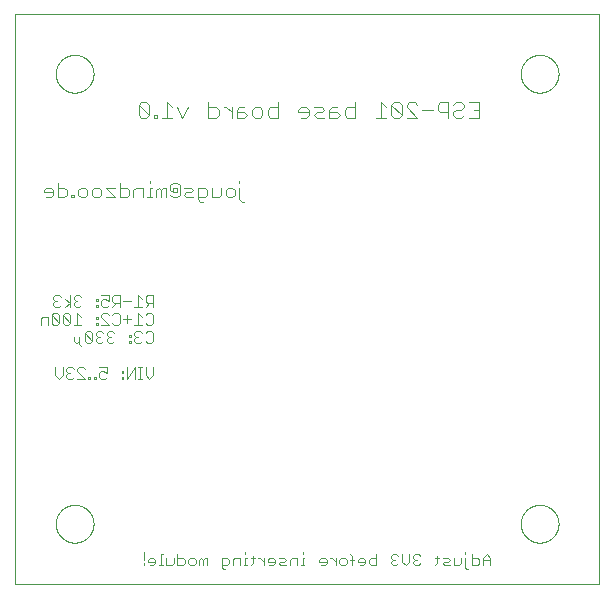
<source format=gbo>
G75*
%MOIN*%
%OFA0B0*%
%FSLAX25Y25*%
%IPPOS*%
%LPD*%
%AMOC8*
5,1,8,0,0,1.08239X$1,22.5*
%
%ADD10C,0.00000*%
%ADD11C,0.00400*%
%ADD12C,0.00300*%
D10*
X0006600Y0001600D02*
X0006600Y0191561D01*
X0201551Y0191561D01*
X0201551Y0001600D01*
X0006600Y0001600D01*
X0020301Y0021600D02*
X0020303Y0021758D01*
X0020309Y0021916D01*
X0020319Y0022074D01*
X0020333Y0022232D01*
X0020351Y0022389D01*
X0020372Y0022546D01*
X0020398Y0022702D01*
X0020428Y0022858D01*
X0020461Y0023013D01*
X0020499Y0023166D01*
X0020540Y0023319D01*
X0020585Y0023471D01*
X0020634Y0023622D01*
X0020687Y0023771D01*
X0020743Y0023919D01*
X0020803Y0024065D01*
X0020867Y0024210D01*
X0020935Y0024353D01*
X0021006Y0024495D01*
X0021080Y0024635D01*
X0021158Y0024772D01*
X0021240Y0024908D01*
X0021324Y0025042D01*
X0021413Y0025173D01*
X0021504Y0025302D01*
X0021599Y0025429D01*
X0021696Y0025554D01*
X0021797Y0025676D01*
X0021901Y0025795D01*
X0022008Y0025912D01*
X0022118Y0026026D01*
X0022231Y0026137D01*
X0022346Y0026246D01*
X0022464Y0026351D01*
X0022585Y0026453D01*
X0022708Y0026553D01*
X0022834Y0026649D01*
X0022962Y0026742D01*
X0023092Y0026832D01*
X0023225Y0026918D01*
X0023360Y0027002D01*
X0023496Y0027081D01*
X0023635Y0027158D01*
X0023776Y0027230D01*
X0023918Y0027300D01*
X0024062Y0027365D01*
X0024208Y0027427D01*
X0024355Y0027485D01*
X0024504Y0027540D01*
X0024654Y0027591D01*
X0024805Y0027638D01*
X0024957Y0027681D01*
X0025110Y0027720D01*
X0025265Y0027756D01*
X0025420Y0027787D01*
X0025576Y0027815D01*
X0025732Y0027839D01*
X0025889Y0027859D01*
X0026047Y0027875D01*
X0026204Y0027887D01*
X0026363Y0027895D01*
X0026521Y0027899D01*
X0026679Y0027899D01*
X0026837Y0027895D01*
X0026996Y0027887D01*
X0027153Y0027875D01*
X0027311Y0027859D01*
X0027468Y0027839D01*
X0027624Y0027815D01*
X0027780Y0027787D01*
X0027935Y0027756D01*
X0028090Y0027720D01*
X0028243Y0027681D01*
X0028395Y0027638D01*
X0028546Y0027591D01*
X0028696Y0027540D01*
X0028845Y0027485D01*
X0028992Y0027427D01*
X0029138Y0027365D01*
X0029282Y0027300D01*
X0029424Y0027230D01*
X0029565Y0027158D01*
X0029704Y0027081D01*
X0029840Y0027002D01*
X0029975Y0026918D01*
X0030108Y0026832D01*
X0030238Y0026742D01*
X0030366Y0026649D01*
X0030492Y0026553D01*
X0030615Y0026453D01*
X0030736Y0026351D01*
X0030854Y0026246D01*
X0030969Y0026137D01*
X0031082Y0026026D01*
X0031192Y0025912D01*
X0031299Y0025795D01*
X0031403Y0025676D01*
X0031504Y0025554D01*
X0031601Y0025429D01*
X0031696Y0025302D01*
X0031787Y0025173D01*
X0031876Y0025042D01*
X0031960Y0024908D01*
X0032042Y0024772D01*
X0032120Y0024635D01*
X0032194Y0024495D01*
X0032265Y0024353D01*
X0032333Y0024210D01*
X0032397Y0024065D01*
X0032457Y0023919D01*
X0032513Y0023771D01*
X0032566Y0023622D01*
X0032615Y0023471D01*
X0032660Y0023319D01*
X0032701Y0023166D01*
X0032739Y0023013D01*
X0032772Y0022858D01*
X0032802Y0022702D01*
X0032828Y0022546D01*
X0032849Y0022389D01*
X0032867Y0022232D01*
X0032881Y0022074D01*
X0032891Y0021916D01*
X0032897Y0021758D01*
X0032899Y0021600D01*
X0032897Y0021442D01*
X0032891Y0021284D01*
X0032881Y0021126D01*
X0032867Y0020968D01*
X0032849Y0020811D01*
X0032828Y0020654D01*
X0032802Y0020498D01*
X0032772Y0020342D01*
X0032739Y0020187D01*
X0032701Y0020034D01*
X0032660Y0019881D01*
X0032615Y0019729D01*
X0032566Y0019578D01*
X0032513Y0019429D01*
X0032457Y0019281D01*
X0032397Y0019135D01*
X0032333Y0018990D01*
X0032265Y0018847D01*
X0032194Y0018705D01*
X0032120Y0018565D01*
X0032042Y0018428D01*
X0031960Y0018292D01*
X0031876Y0018158D01*
X0031787Y0018027D01*
X0031696Y0017898D01*
X0031601Y0017771D01*
X0031504Y0017646D01*
X0031403Y0017524D01*
X0031299Y0017405D01*
X0031192Y0017288D01*
X0031082Y0017174D01*
X0030969Y0017063D01*
X0030854Y0016954D01*
X0030736Y0016849D01*
X0030615Y0016747D01*
X0030492Y0016647D01*
X0030366Y0016551D01*
X0030238Y0016458D01*
X0030108Y0016368D01*
X0029975Y0016282D01*
X0029840Y0016198D01*
X0029704Y0016119D01*
X0029565Y0016042D01*
X0029424Y0015970D01*
X0029282Y0015900D01*
X0029138Y0015835D01*
X0028992Y0015773D01*
X0028845Y0015715D01*
X0028696Y0015660D01*
X0028546Y0015609D01*
X0028395Y0015562D01*
X0028243Y0015519D01*
X0028090Y0015480D01*
X0027935Y0015444D01*
X0027780Y0015413D01*
X0027624Y0015385D01*
X0027468Y0015361D01*
X0027311Y0015341D01*
X0027153Y0015325D01*
X0026996Y0015313D01*
X0026837Y0015305D01*
X0026679Y0015301D01*
X0026521Y0015301D01*
X0026363Y0015305D01*
X0026204Y0015313D01*
X0026047Y0015325D01*
X0025889Y0015341D01*
X0025732Y0015361D01*
X0025576Y0015385D01*
X0025420Y0015413D01*
X0025265Y0015444D01*
X0025110Y0015480D01*
X0024957Y0015519D01*
X0024805Y0015562D01*
X0024654Y0015609D01*
X0024504Y0015660D01*
X0024355Y0015715D01*
X0024208Y0015773D01*
X0024062Y0015835D01*
X0023918Y0015900D01*
X0023776Y0015970D01*
X0023635Y0016042D01*
X0023496Y0016119D01*
X0023360Y0016198D01*
X0023225Y0016282D01*
X0023092Y0016368D01*
X0022962Y0016458D01*
X0022834Y0016551D01*
X0022708Y0016647D01*
X0022585Y0016747D01*
X0022464Y0016849D01*
X0022346Y0016954D01*
X0022231Y0017063D01*
X0022118Y0017174D01*
X0022008Y0017288D01*
X0021901Y0017405D01*
X0021797Y0017524D01*
X0021696Y0017646D01*
X0021599Y0017771D01*
X0021504Y0017898D01*
X0021413Y0018027D01*
X0021324Y0018158D01*
X0021240Y0018292D01*
X0021158Y0018428D01*
X0021080Y0018565D01*
X0021006Y0018705D01*
X0020935Y0018847D01*
X0020867Y0018990D01*
X0020803Y0019135D01*
X0020743Y0019281D01*
X0020687Y0019429D01*
X0020634Y0019578D01*
X0020585Y0019729D01*
X0020540Y0019881D01*
X0020499Y0020034D01*
X0020461Y0020187D01*
X0020428Y0020342D01*
X0020398Y0020498D01*
X0020372Y0020654D01*
X0020351Y0020811D01*
X0020333Y0020968D01*
X0020319Y0021126D01*
X0020309Y0021284D01*
X0020303Y0021442D01*
X0020301Y0021600D01*
X0020301Y0171600D02*
X0020303Y0171758D01*
X0020309Y0171916D01*
X0020319Y0172074D01*
X0020333Y0172232D01*
X0020351Y0172389D01*
X0020372Y0172546D01*
X0020398Y0172702D01*
X0020428Y0172858D01*
X0020461Y0173013D01*
X0020499Y0173166D01*
X0020540Y0173319D01*
X0020585Y0173471D01*
X0020634Y0173622D01*
X0020687Y0173771D01*
X0020743Y0173919D01*
X0020803Y0174065D01*
X0020867Y0174210D01*
X0020935Y0174353D01*
X0021006Y0174495D01*
X0021080Y0174635D01*
X0021158Y0174772D01*
X0021240Y0174908D01*
X0021324Y0175042D01*
X0021413Y0175173D01*
X0021504Y0175302D01*
X0021599Y0175429D01*
X0021696Y0175554D01*
X0021797Y0175676D01*
X0021901Y0175795D01*
X0022008Y0175912D01*
X0022118Y0176026D01*
X0022231Y0176137D01*
X0022346Y0176246D01*
X0022464Y0176351D01*
X0022585Y0176453D01*
X0022708Y0176553D01*
X0022834Y0176649D01*
X0022962Y0176742D01*
X0023092Y0176832D01*
X0023225Y0176918D01*
X0023360Y0177002D01*
X0023496Y0177081D01*
X0023635Y0177158D01*
X0023776Y0177230D01*
X0023918Y0177300D01*
X0024062Y0177365D01*
X0024208Y0177427D01*
X0024355Y0177485D01*
X0024504Y0177540D01*
X0024654Y0177591D01*
X0024805Y0177638D01*
X0024957Y0177681D01*
X0025110Y0177720D01*
X0025265Y0177756D01*
X0025420Y0177787D01*
X0025576Y0177815D01*
X0025732Y0177839D01*
X0025889Y0177859D01*
X0026047Y0177875D01*
X0026204Y0177887D01*
X0026363Y0177895D01*
X0026521Y0177899D01*
X0026679Y0177899D01*
X0026837Y0177895D01*
X0026996Y0177887D01*
X0027153Y0177875D01*
X0027311Y0177859D01*
X0027468Y0177839D01*
X0027624Y0177815D01*
X0027780Y0177787D01*
X0027935Y0177756D01*
X0028090Y0177720D01*
X0028243Y0177681D01*
X0028395Y0177638D01*
X0028546Y0177591D01*
X0028696Y0177540D01*
X0028845Y0177485D01*
X0028992Y0177427D01*
X0029138Y0177365D01*
X0029282Y0177300D01*
X0029424Y0177230D01*
X0029565Y0177158D01*
X0029704Y0177081D01*
X0029840Y0177002D01*
X0029975Y0176918D01*
X0030108Y0176832D01*
X0030238Y0176742D01*
X0030366Y0176649D01*
X0030492Y0176553D01*
X0030615Y0176453D01*
X0030736Y0176351D01*
X0030854Y0176246D01*
X0030969Y0176137D01*
X0031082Y0176026D01*
X0031192Y0175912D01*
X0031299Y0175795D01*
X0031403Y0175676D01*
X0031504Y0175554D01*
X0031601Y0175429D01*
X0031696Y0175302D01*
X0031787Y0175173D01*
X0031876Y0175042D01*
X0031960Y0174908D01*
X0032042Y0174772D01*
X0032120Y0174635D01*
X0032194Y0174495D01*
X0032265Y0174353D01*
X0032333Y0174210D01*
X0032397Y0174065D01*
X0032457Y0173919D01*
X0032513Y0173771D01*
X0032566Y0173622D01*
X0032615Y0173471D01*
X0032660Y0173319D01*
X0032701Y0173166D01*
X0032739Y0173013D01*
X0032772Y0172858D01*
X0032802Y0172702D01*
X0032828Y0172546D01*
X0032849Y0172389D01*
X0032867Y0172232D01*
X0032881Y0172074D01*
X0032891Y0171916D01*
X0032897Y0171758D01*
X0032899Y0171600D01*
X0032897Y0171442D01*
X0032891Y0171284D01*
X0032881Y0171126D01*
X0032867Y0170968D01*
X0032849Y0170811D01*
X0032828Y0170654D01*
X0032802Y0170498D01*
X0032772Y0170342D01*
X0032739Y0170187D01*
X0032701Y0170034D01*
X0032660Y0169881D01*
X0032615Y0169729D01*
X0032566Y0169578D01*
X0032513Y0169429D01*
X0032457Y0169281D01*
X0032397Y0169135D01*
X0032333Y0168990D01*
X0032265Y0168847D01*
X0032194Y0168705D01*
X0032120Y0168565D01*
X0032042Y0168428D01*
X0031960Y0168292D01*
X0031876Y0168158D01*
X0031787Y0168027D01*
X0031696Y0167898D01*
X0031601Y0167771D01*
X0031504Y0167646D01*
X0031403Y0167524D01*
X0031299Y0167405D01*
X0031192Y0167288D01*
X0031082Y0167174D01*
X0030969Y0167063D01*
X0030854Y0166954D01*
X0030736Y0166849D01*
X0030615Y0166747D01*
X0030492Y0166647D01*
X0030366Y0166551D01*
X0030238Y0166458D01*
X0030108Y0166368D01*
X0029975Y0166282D01*
X0029840Y0166198D01*
X0029704Y0166119D01*
X0029565Y0166042D01*
X0029424Y0165970D01*
X0029282Y0165900D01*
X0029138Y0165835D01*
X0028992Y0165773D01*
X0028845Y0165715D01*
X0028696Y0165660D01*
X0028546Y0165609D01*
X0028395Y0165562D01*
X0028243Y0165519D01*
X0028090Y0165480D01*
X0027935Y0165444D01*
X0027780Y0165413D01*
X0027624Y0165385D01*
X0027468Y0165361D01*
X0027311Y0165341D01*
X0027153Y0165325D01*
X0026996Y0165313D01*
X0026837Y0165305D01*
X0026679Y0165301D01*
X0026521Y0165301D01*
X0026363Y0165305D01*
X0026204Y0165313D01*
X0026047Y0165325D01*
X0025889Y0165341D01*
X0025732Y0165361D01*
X0025576Y0165385D01*
X0025420Y0165413D01*
X0025265Y0165444D01*
X0025110Y0165480D01*
X0024957Y0165519D01*
X0024805Y0165562D01*
X0024654Y0165609D01*
X0024504Y0165660D01*
X0024355Y0165715D01*
X0024208Y0165773D01*
X0024062Y0165835D01*
X0023918Y0165900D01*
X0023776Y0165970D01*
X0023635Y0166042D01*
X0023496Y0166119D01*
X0023360Y0166198D01*
X0023225Y0166282D01*
X0023092Y0166368D01*
X0022962Y0166458D01*
X0022834Y0166551D01*
X0022708Y0166647D01*
X0022585Y0166747D01*
X0022464Y0166849D01*
X0022346Y0166954D01*
X0022231Y0167063D01*
X0022118Y0167174D01*
X0022008Y0167288D01*
X0021901Y0167405D01*
X0021797Y0167524D01*
X0021696Y0167646D01*
X0021599Y0167771D01*
X0021504Y0167898D01*
X0021413Y0168027D01*
X0021324Y0168158D01*
X0021240Y0168292D01*
X0021158Y0168428D01*
X0021080Y0168565D01*
X0021006Y0168705D01*
X0020935Y0168847D01*
X0020867Y0168990D01*
X0020803Y0169135D01*
X0020743Y0169281D01*
X0020687Y0169429D01*
X0020634Y0169578D01*
X0020585Y0169729D01*
X0020540Y0169881D01*
X0020499Y0170034D01*
X0020461Y0170187D01*
X0020428Y0170342D01*
X0020398Y0170498D01*
X0020372Y0170654D01*
X0020351Y0170811D01*
X0020333Y0170968D01*
X0020319Y0171126D01*
X0020309Y0171284D01*
X0020303Y0171442D01*
X0020301Y0171600D01*
X0175301Y0171600D02*
X0175303Y0171758D01*
X0175309Y0171916D01*
X0175319Y0172074D01*
X0175333Y0172232D01*
X0175351Y0172389D01*
X0175372Y0172546D01*
X0175398Y0172702D01*
X0175428Y0172858D01*
X0175461Y0173013D01*
X0175499Y0173166D01*
X0175540Y0173319D01*
X0175585Y0173471D01*
X0175634Y0173622D01*
X0175687Y0173771D01*
X0175743Y0173919D01*
X0175803Y0174065D01*
X0175867Y0174210D01*
X0175935Y0174353D01*
X0176006Y0174495D01*
X0176080Y0174635D01*
X0176158Y0174772D01*
X0176240Y0174908D01*
X0176324Y0175042D01*
X0176413Y0175173D01*
X0176504Y0175302D01*
X0176599Y0175429D01*
X0176696Y0175554D01*
X0176797Y0175676D01*
X0176901Y0175795D01*
X0177008Y0175912D01*
X0177118Y0176026D01*
X0177231Y0176137D01*
X0177346Y0176246D01*
X0177464Y0176351D01*
X0177585Y0176453D01*
X0177708Y0176553D01*
X0177834Y0176649D01*
X0177962Y0176742D01*
X0178092Y0176832D01*
X0178225Y0176918D01*
X0178360Y0177002D01*
X0178496Y0177081D01*
X0178635Y0177158D01*
X0178776Y0177230D01*
X0178918Y0177300D01*
X0179062Y0177365D01*
X0179208Y0177427D01*
X0179355Y0177485D01*
X0179504Y0177540D01*
X0179654Y0177591D01*
X0179805Y0177638D01*
X0179957Y0177681D01*
X0180110Y0177720D01*
X0180265Y0177756D01*
X0180420Y0177787D01*
X0180576Y0177815D01*
X0180732Y0177839D01*
X0180889Y0177859D01*
X0181047Y0177875D01*
X0181204Y0177887D01*
X0181363Y0177895D01*
X0181521Y0177899D01*
X0181679Y0177899D01*
X0181837Y0177895D01*
X0181996Y0177887D01*
X0182153Y0177875D01*
X0182311Y0177859D01*
X0182468Y0177839D01*
X0182624Y0177815D01*
X0182780Y0177787D01*
X0182935Y0177756D01*
X0183090Y0177720D01*
X0183243Y0177681D01*
X0183395Y0177638D01*
X0183546Y0177591D01*
X0183696Y0177540D01*
X0183845Y0177485D01*
X0183992Y0177427D01*
X0184138Y0177365D01*
X0184282Y0177300D01*
X0184424Y0177230D01*
X0184565Y0177158D01*
X0184704Y0177081D01*
X0184840Y0177002D01*
X0184975Y0176918D01*
X0185108Y0176832D01*
X0185238Y0176742D01*
X0185366Y0176649D01*
X0185492Y0176553D01*
X0185615Y0176453D01*
X0185736Y0176351D01*
X0185854Y0176246D01*
X0185969Y0176137D01*
X0186082Y0176026D01*
X0186192Y0175912D01*
X0186299Y0175795D01*
X0186403Y0175676D01*
X0186504Y0175554D01*
X0186601Y0175429D01*
X0186696Y0175302D01*
X0186787Y0175173D01*
X0186876Y0175042D01*
X0186960Y0174908D01*
X0187042Y0174772D01*
X0187120Y0174635D01*
X0187194Y0174495D01*
X0187265Y0174353D01*
X0187333Y0174210D01*
X0187397Y0174065D01*
X0187457Y0173919D01*
X0187513Y0173771D01*
X0187566Y0173622D01*
X0187615Y0173471D01*
X0187660Y0173319D01*
X0187701Y0173166D01*
X0187739Y0173013D01*
X0187772Y0172858D01*
X0187802Y0172702D01*
X0187828Y0172546D01*
X0187849Y0172389D01*
X0187867Y0172232D01*
X0187881Y0172074D01*
X0187891Y0171916D01*
X0187897Y0171758D01*
X0187899Y0171600D01*
X0187897Y0171442D01*
X0187891Y0171284D01*
X0187881Y0171126D01*
X0187867Y0170968D01*
X0187849Y0170811D01*
X0187828Y0170654D01*
X0187802Y0170498D01*
X0187772Y0170342D01*
X0187739Y0170187D01*
X0187701Y0170034D01*
X0187660Y0169881D01*
X0187615Y0169729D01*
X0187566Y0169578D01*
X0187513Y0169429D01*
X0187457Y0169281D01*
X0187397Y0169135D01*
X0187333Y0168990D01*
X0187265Y0168847D01*
X0187194Y0168705D01*
X0187120Y0168565D01*
X0187042Y0168428D01*
X0186960Y0168292D01*
X0186876Y0168158D01*
X0186787Y0168027D01*
X0186696Y0167898D01*
X0186601Y0167771D01*
X0186504Y0167646D01*
X0186403Y0167524D01*
X0186299Y0167405D01*
X0186192Y0167288D01*
X0186082Y0167174D01*
X0185969Y0167063D01*
X0185854Y0166954D01*
X0185736Y0166849D01*
X0185615Y0166747D01*
X0185492Y0166647D01*
X0185366Y0166551D01*
X0185238Y0166458D01*
X0185108Y0166368D01*
X0184975Y0166282D01*
X0184840Y0166198D01*
X0184704Y0166119D01*
X0184565Y0166042D01*
X0184424Y0165970D01*
X0184282Y0165900D01*
X0184138Y0165835D01*
X0183992Y0165773D01*
X0183845Y0165715D01*
X0183696Y0165660D01*
X0183546Y0165609D01*
X0183395Y0165562D01*
X0183243Y0165519D01*
X0183090Y0165480D01*
X0182935Y0165444D01*
X0182780Y0165413D01*
X0182624Y0165385D01*
X0182468Y0165361D01*
X0182311Y0165341D01*
X0182153Y0165325D01*
X0181996Y0165313D01*
X0181837Y0165305D01*
X0181679Y0165301D01*
X0181521Y0165301D01*
X0181363Y0165305D01*
X0181204Y0165313D01*
X0181047Y0165325D01*
X0180889Y0165341D01*
X0180732Y0165361D01*
X0180576Y0165385D01*
X0180420Y0165413D01*
X0180265Y0165444D01*
X0180110Y0165480D01*
X0179957Y0165519D01*
X0179805Y0165562D01*
X0179654Y0165609D01*
X0179504Y0165660D01*
X0179355Y0165715D01*
X0179208Y0165773D01*
X0179062Y0165835D01*
X0178918Y0165900D01*
X0178776Y0165970D01*
X0178635Y0166042D01*
X0178496Y0166119D01*
X0178360Y0166198D01*
X0178225Y0166282D01*
X0178092Y0166368D01*
X0177962Y0166458D01*
X0177834Y0166551D01*
X0177708Y0166647D01*
X0177585Y0166747D01*
X0177464Y0166849D01*
X0177346Y0166954D01*
X0177231Y0167063D01*
X0177118Y0167174D01*
X0177008Y0167288D01*
X0176901Y0167405D01*
X0176797Y0167524D01*
X0176696Y0167646D01*
X0176599Y0167771D01*
X0176504Y0167898D01*
X0176413Y0168027D01*
X0176324Y0168158D01*
X0176240Y0168292D01*
X0176158Y0168428D01*
X0176080Y0168565D01*
X0176006Y0168705D01*
X0175935Y0168847D01*
X0175867Y0168990D01*
X0175803Y0169135D01*
X0175743Y0169281D01*
X0175687Y0169429D01*
X0175634Y0169578D01*
X0175585Y0169729D01*
X0175540Y0169881D01*
X0175499Y0170034D01*
X0175461Y0170187D01*
X0175428Y0170342D01*
X0175398Y0170498D01*
X0175372Y0170654D01*
X0175351Y0170811D01*
X0175333Y0170968D01*
X0175319Y0171126D01*
X0175309Y0171284D01*
X0175303Y0171442D01*
X0175301Y0171600D01*
X0175301Y0021600D02*
X0175303Y0021758D01*
X0175309Y0021916D01*
X0175319Y0022074D01*
X0175333Y0022232D01*
X0175351Y0022389D01*
X0175372Y0022546D01*
X0175398Y0022702D01*
X0175428Y0022858D01*
X0175461Y0023013D01*
X0175499Y0023166D01*
X0175540Y0023319D01*
X0175585Y0023471D01*
X0175634Y0023622D01*
X0175687Y0023771D01*
X0175743Y0023919D01*
X0175803Y0024065D01*
X0175867Y0024210D01*
X0175935Y0024353D01*
X0176006Y0024495D01*
X0176080Y0024635D01*
X0176158Y0024772D01*
X0176240Y0024908D01*
X0176324Y0025042D01*
X0176413Y0025173D01*
X0176504Y0025302D01*
X0176599Y0025429D01*
X0176696Y0025554D01*
X0176797Y0025676D01*
X0176901Y0025795D01*
X0177008Y0025912D01*
X0177118Y0026026D01*
X0177231Y0026137D01*
X0177346Y0026246D01*
X0177464Y0026351D01*
X0177585Y0026453D01*
X0177708Y0026553D01*
X0177834Y0026649D01*
X0177962Y0026742D01*
X0178092Y0026832D01*
X0178225Y0026918D01*
X0178360Y0027002D01*
X0178496Y0027081D01*
X0178635Y0027158D01*
X0178776Y0027230D01*
X0178918Y0027300D01*
X0179062Y0027365D01*
X0179208Y0027427D01*
X0179355Y0027485D01*
X0179504Y0027540D01*
X0179654Y0027591D01*
X0179805Y0027638D01*
X0179957Y0027681D01*
X0180110Y0027720D01*
X0180265Y0027756D01*
X0180420Y0027787D01*
X0180576Y0027815D01*
X0180732Y0027839D01*
X0180889Y0027859D01*
X0181047Y0027875D01*
X0181204Y0027887D01*
X0181363Y0027895D01*
X0181521Y0027899D01*
X0181679Y0027899D01*
X0181837Y0027895D01*
X0181996Y0027887D01*
X0182153Y0027875D01*
X0182311Y0027859D01*
X0182468Y0027839D01*
X0182624Y0027815D01*
X0182780Y0027787D01*
X0182935Y0027756D01*
X0183090Y0027720D01*
X0183243Y0027681D01*
X0183395Y0027638D01*
X0183546Y0027591D01*
X0183696Y0027540D01*
X0183845Y0027485D01*
X0183992Y0027427D01*
X0184138Y0027365D01*
X0184282Y0027300D01*
X0184424Y0027230D01*
X0184565Y0027158D01*
X0184704Y0027081D01*
X0184840Y0027002D01*
X0184975Y0026918D01*
X0185108Y0026832D01*
X0185238Y0026742D01*
X0185366Y0026649D01*
X0185492Y0026553D01*
X0185615Y0026453D01*
X0185736Y0026351D01*
X0185854Y0026246D01*
X0185969Y0026137D01*
X0186082Y0026026D01*
X0186192Y0025912D01*
X0186299Y0025795D01*
X0186403Y0025676D01*
X0186504Y0025554D01*
X0186601Y0025429D01*
X0186696Y0025302D01*
X0186787Y0025173D01*
X0186876Y0025042D01*
X0186960Y0024908D01*
X0187042Y0024772D01*
X0187120Y0024635D01*
X0187194Y0024495D01*
X0187265Y0024353D01*
X0187333Y0024210D01*
X0187397Y0024065D01*
X0187457Y0023919D01*
X0187513Y0023771D01*
X0187566Y0023622D01*
X0187615Y0023471D01*
X0187660Y0023319D01*
X0187701Y0023166D01*
X0187739Y0023013D01*
X0187772Y0022858D01*
X0187802Y0022702D01*
X0187828Y0022546D01*
X0187849Y0022389D01*
X0187867Y0022232D01*
X0187881Y0022074D01*
X0187891Y0021916D01*
X0187897Y0021758D01*
X0187899Y0021600D01*
X0187897Y0021442D01*
X0187891Y0021284D01*
X0187881Y0021126D01*
X0187867Y0020968D01*
X0187849Y0020811D01*
X0187828Y0020654D01*
X0187802Y0020498D01*
X0187772Y0020342D01*
X0187739Y0020187D01*
X0187701Y0020034D01*
X0187660Y0019881D01*
X0187615Y0019729D01*
X0187566Y0019578D01*
X0187513Y0019429D01*
X0187457Y0019281D01*
X0187397Y0019135D01*
X0187333Y0018990D01*
X0187265Y0018847D01*
X0187194Y0018705D01*
X0187120Y0018565D01*
X0187042Y0018428D01*
X0186960Y0018292D01*
X0186876Y0018158D01*
X0186787Y0018027D01*
X0186696Y0017898D01*
X0186601Y0017771D01*
X0186504Y0017646D01*
X0186403Y0017524D01*
X0186299Y0017405D01*
X0186192Y0017288D01*
X0186082Y0017174D01*
X0185969Y0017063D01*
X0185854Y0016954D01*
X0185736Y0016849D01*
X0185615Y0016747D01*
X0185492Y0016647D01*
X0185366Y0016551D01*
X0185238Y0016458D01*
X0185108Y0016368D01*
X0184975Y0016282D01*
X0184840Y0016198D01*
X0184704Y0016119D01*
X0184565Y0016042D01*
X0184424Y0015970D01*
X0184282Y0015900D01*
X0184138Y0015835D01*
X0183992Y0015773D01*
X0183845Y0015715D01*
X0183696Y0015660D01*
X0183546Y0015609D01*
X0183395Y0015562D01*
X0183243Y0015519D01*
X0183090Y0015480D01*
X0182935Y0015444D01*
X0182780Y0015413D01*
X0182624Y0015385D01*
X0182468Y0015361D01*
X0182311Y0015341D01*
X0182153Y0015325D01*
X0181996Y0015313D01*
X0181837Y0015305D01*
X0181679Y0015301D01*
X0181521Y0015301D01*
X0181363Y0015305D01*
X0181204Y0015313D01*
X0181047Y0015325D01*
X0180889Y0015341D01*
X0180732Y0015361D01*
X0180576Y0015385D01*
X0180420Y0015413D01*
X0180265Y0015444D01*
X0180110Y0015480D01*
X0179957Y0015519D01*
X0179805Y0015562D01*
X0179654Y0015609D01*
X0179504Y0015660D01*
X0179355Y0015715D01*
X0179208Y0015773D01*
X0179062Y0015835D01*
X0178918Y0015900D01*
X0178776Y0015970D01*
X0178635Y0016042D01*
X0178496Y0016119D01*
X0178360Y0016198D01*
X0178225Y0016282D01*
X0178092Y0016368D01*
X0177962Y0016458D01*
X0177834Y0016551D01*
X0177708Y0016647D01*
X0177585Y0016747D01*
X0177464Y0016849D01*
X0177346Y0016954D01*
X0177231Y0017063D01*
X0177118Y0017174D01*
X0177008Y0017288D01*
X0176901Y0017405D01*
X0176797Y0017524D01*
X0176696Y0017646D01*
X0176599Y0017771D01*
X0176504Y0017898D01*
X0176413Y0018027D01*
X0176324Y0018158D01*
X0176240Y0018292D01*
X0176158Y0018428D01*
X0176080Y0018565D01*
X0176006Y0018705D01*
X0175935Y0018847D01*
X0175867Y0018990D01*
X0175803Y0019135D01*
X0175743Y0019281D01*
X0175687Y0019429D01*
X0175634Y0019578D01*
X0175585Y0019729D01*
X0175540Y0019881D01*
X0175499Y0020034D01*
X0175461Y0020187D01*
X0175428Y0020342D01*
X0175398Y0020498D01*
X0175372Y0020654D01*
X0175351Y0020811D01*
X0175333Y0020968D01*
X0175319Y0021126D01*
X0175309Y0021284D01*
X0175303Y0021442D01*
X0175301Y0021600D01*
D11*
X0083046Y0129015D02*
X0082279Y0129015D01*
X0081511Y0129783D01*
X0081511Y0133619D01*
X0081511Y0135154D02*
X0081511Y0135921D01*
X0079209Y0133619D02*
X0079977Y0132852D01*
X0079977Y0131317D01*
X0079209Y0130550D01*
X0077675Y0130550D01*
X0076907Y0131317D01*
X0076907Y0132852D01*
X0077675Y0133619D01*
X0079209Y0133619D01*
X0075373Y0133619D02*
X0075373Y0131317D01*
X0074605Y0130550D01*
X0072303Y0130550D01*
X0072303Y0133619D01*
X0070769Y0132852D02*
X0070769Y0131317D01*
X0070001Y0130550D01*
X0067699Y0130550D01*
X0067699Y0129783D02*
X0067699Y0133619D01*
X0070001Y0133619D01*
X0070769Y0132852D01*
X0067699Y0129783D02*
X0068467Y0129015D01*
X0069234Y0129015D01*
X0066165Y0130550D02*
X0063863Y0130550D01*
X0063096Y0131317D01*
X0063863Y0132085D01*
X0065397Y0132085D01*
X0066165Y0132852D01*
X0065397Y0133619D01*
X0063096Y0133619D01*
X0061561Y0134387D02*
X0060794Y0135154D01*
X0059259Y0135154D01*
X0058492Y0134387D01*
X0058492Y0132852D01*
X0059259Y0132085D01*
X0059259Y0133619D01*
X0060794Y0133619D01*
X0060794Y0132085D01*
X0059259Y0132085D01*
X0058492Y0131317D02*
X0059259Y0130550D01*
X0060794Y0130550D01*
X0061561Y0131317D01*
X0061561Y0134387D01*
X0056957Y0133619D02*
X0056957Y0130550D01*
X0055422Y0130550D02*
X0055422Y0132852D01*
X0054655Y0133619D01*
X0053888Y0132852D01*
X0053888Y0130550D01*
X0052353Y0130550D02*
X0050818Y0130550D01*
X0051586Y0130550D02*
X0051586Y0133619D01*
X0052353Y0133619D01*
X0051586Y0135154D02*
X0051586Y0135921D01*
X0049284Y0133619D02*
X0046982Y0133619D01*
X0046214Y0132852D01*
X0046214Y0130550D01*
X0044680Y0131317D02*
X0044680Y0132852D01*
X0043912Y0133619D01*
X0041611Y0133619D01*
X0041611Y0135154D02*
X0041611Y0130550D01*
X0043912Y0130550D01*
X0044680Y0131317D01*
X0040076Y0130550D02*
X0037007Y0130550D01*
X0035472Y0131317D02*
X0035472Y0132852D01*
X0034705Y0133619D01*
X0033170Y0133619D01*
X0032403Y0132852D01*
X0032403Y0131317D01*
X0033170Y0130550D01*
X0034705Y0130550D01*
X0035472Y0131317D01*
X0037007Y0133619D02*
X0040076Y0130550D01*
X0040076Y0133619D02*
X0037007Y0133619D01*
X0030868Y0132852D02*
X0030868Y0131317D01*
X0030101Y0130550D01*
X0028566Y0130550D01*
X0027799Y0131317D01*
X0027799Y0132852D01*
X0028566Y0133619D01*
X0030101Y0133619D01*
X0030868Y0132852D01*
X0026264Y0131317D02*
X0025497Y0131317D01*
X0025497Y0130550D01*
X0026264Y0130550D01*
X0026264Y0131317D01*
X0023962Y0131317D02*
X0023962Y0132852D01*
X0023195Y0133619D01*
X0020893Y0133619D01*
X0020893Y0135154D02*
X0020893Y0130550D01*
X0023195Y0130550D01*
X0023962Y0131317D01*
X0019358Y0131317D02*
X0019358Y0132852D01*
X0018591Y0133619D01*
X0017056Y0133619D01*
X0016289Y0132852D01*
X0016289Y0132085D01*
X0019358Y0132085D01*
X0019358Y0131317D02*
X0018591Y0130550D01*
X0017056Y0130550D01*
X0047927Y0157817D02*
X0048795Y0156950D01*
X0050529Y0156950D01*
X0051397Y0157817D01*
X0047927Y0161287D01*
X0047927Y0157817D01*
X0051397Y0157817D02*
X0051397Y0161287D01*
X0050529Y0162154D01*
X0048795Y0162154D01*
X0047927Y0161287D01*
X0053108Y0157817D02*
X0053108Y0156950D01*
X0053975Y0156950D01*
X0053975Y0157817D01*
X0053108Y0157817D01*
X0055662Y0156950D02*
X0059131Y0156950D01*
X0057397Y0156950D02*
X0057397Y0162154D01*
X0059131Y0160420D01*
X0060818Y0160420D02*
X0062553Y0156950D01*
X0064288Y0160420D01*
X0071131Y0160420D02*
X0073733Y0160420D01*
X0074601Y0159552D01*
X0074601Y0157817D01*
X0073733Y0156950D01*
X0071131Y0156950D01*
X0071131Y0162154D01*
X0076295Y0160420D02*
X0077163Y0160420D01*
X0078898Y0158685D01*
X0080584Y0158685D02*
X0083187Y0158685D01*
X0084054Y0157817D01*
X0083187Y0156950D01*
X0080584Y0156950D01*
X0080584Y0159552D01*
X0081452Y0160420D01*
X0083187Y0160420D01*
X0085741Y0159552D02*
X0085741Y0157817D01*
X0086608Y0156950D01*
X0088343Y0156950D01*
X0089210Y0157817D01*
X0089210Y0159552D01*
X0088343Y0160420D01*
X0086608Y0160420D01*
X0085741Y0159552D01*
X0090897Y0159552D02*
X0090897Y0157817D01*
X0091765Y0156950D01*
X0094367Y0156950D01*
X0094367Y0162154D01*
X0094367Y0160420D02*
X0091765Y0160420D01*
X0090897Y0159552D01*
X0101210Y0159552D02*
X0101210Y0158685D01*
X0104680Y0158685D01*
X0104680Y0159552D02*
X0103812Y0160420D01*
X0102077Y0160420D01*
X0101210Y0159552D01*
X0102077Y0156950D02*
X0103812Y0156950D01*
X0104680Y0157817D01*
X0104680Y0159552D01*
X0106366Y0160420D02*
X0108969Y0160420D01*
X0109836Y0159552D01*
X0108969Y0158685D01*
X0107234Y0158685D01*
X0106366Y0157817D01*
X0107234Y0156950D01*
X0109836Y0156950D01*
X0111523Y0156950D02*
X0114125Y0156950D01*
X0114992Y0157817D01*
X0114125Y0158685D01*
X0111523Y0158685D01*
X0111523Y0159552D02*
X0111523Y0156950D01*
X0111523Y0159552D02*
X0112390Y0160420D01*
X0114125Y0160420D01*
X0116679Y0159552D02*
X0117547Y0160420D01*
X0120149Y0160420D01*
X0120149Y0162154D02*
X0120149Y0156950D01*
X0117547Y0156950D01*
X0116679Y0157817D01*
X0116679Y0159552D01*
X0126992Y0156950D02*
X0130462Y0156950D01*
X0128727Y0156950D02*
X0128727Y0162154D01*
X0130462Y0160420D01*
X0132148Y0161287D02*
X0135618Y0157817D01*
X0134751Y0156950D01*
X0133016Y0156950D01*
X0132148Y0157817D01*
X0132148Y0161287D01*
X0133016Y0162154D01*
X0134751Y0162154D01*
X0135618Y0161287D01*
X0135618Y0157817D01*
X0137305Y0156950D02*
X0140774Y0156950D01*
X0137305Y0160420D01*
X0137305Y0161287D01*
X0138172Y0162154D01*
X0139907Y0162154D01*
X0140774Y0161287D01*
X0142461Y0159552D02*
X0145931Y0159552D01*
X0147618Y0159552D02*
X0147618Y0161287D01*
X0148485Y0162154D01*
X0151087Y0162154D01*
X0151087Y0156950D01*
X0151087Y0158685D02*
X0148485Y0158685D01*
X0147618Y0159552D01*
X0152774Y0158685D02*
X0152774Y0157817D01*
X0153641Y0156950D01*
X0155376Y0156950D01*
X0156244Y0157817D01*
X0157930Y0156950D02*
X0161400Y0156950D01*
X0161400Y0162154D01*
X0157930Y0162154D01*
X0156244Y0161287D02*
X0156244Y0160420D01*
X0155376Y0159552D01*
X0153641Y0159552D01*
X0152774Y0158685D01*
X0152774Y0161287D02*
X0153641Y0162154D01*
X0155376Y0162154D01*
X0156244Y0161287D01*
X0159665Y0159552D02*
X0161400Y0159552D01*
X0078898Y0160420D02*
X0078898Y0156950D01*
X0056957Y0133619D02*
X0056190Y0133619D01*
X0055422Y0132852D01*
X0049284Y0133619D02*
X0049284Y0130550D01*
D12*
X0047782Y0097703D02*
X0047782Y0094000D01*
X0046548Y0094000D02*
X0049017Y0094000D01*
X0050231Y0094000D02*
X0051466Y0095234D01*
X0050848Y0095234D02*
X0052700Y0095234D01*
X0052700Y0094000D02*
X0052700Y0097703D01*
X0050848Y0097703D01*
X0050231Y0097086D01*
X0050231Y0095852D01*
X0050848Y0095234D01*
X0049017Y0096469D02*
X0047782Y0097703D01*
X0045334Y0095852D02*
X0042865Y0095852D01*
X0041651Y0095234D02*
X0039799Y0095234D01*
X0039182Y0095852D01*
X0039182Y0097086D01*
X0039799Y0097703D01*
X0041651Y0097703D01*
X0041651Y0094000D01*
X0040416Y0095234D02*
X0039182Y0094000D01*
X0037967Y0094617D02*
X0037350Y0094000D01*
X0036116Y0094000D01*
X0035499Y0094617D01*
X0035499Y0095852D01*
X0036116Y0096469D01*
X0036733Y0096469D01*
X0037967Y0095852D01*
X0037967Y0097703D01*
X0035499Y0097703D01*
X0034284Y0096469D02*
X0034284Y0095852D01*
X0033667Y0095852D01*
X0033667Y0096469D01*
X0034284Y0096469D01*
X0034284Y0094617D02*
X0034284Y0094000D01*
X0033667Y0094000D01*
X0033667Y0094617D01*
X0034284Y0094617D01*
X0036116Y0091703D02*
X0037350Y0091703D01*
X0037967Y0091086D01*
X0039182Y0091086D02*
X0039799Y0091703D01*
X0041033Y0091703D01*
X0041651Y0091086D01*
X0041651Y0088617D01*
X0041033Y0088000D01*
X0039799Y0088000D01*
X0039182Y0088617D01*
X0037967Y0088000D02*
X0035499Y0090469D01*
X0035499Y0091086D01*
X0036116Y0091703D01*
X0034284Y0090469D02*
X0034284Y0089852D01*
X0033667Y0089852D01*
X0033667Y0090469D01*
X0034284Y0090469D01*
X0034284Y0088617D02*
X0034284Y0088000D01*
X0033667Y0088000D01*
X0033667Y0088617D01*
X0034284Y0088617D01*
X0035499Y0088000D02*
X0037967Y0088000D01*
X0037957Y0085703D02*
X0037340Y0085086D01*
X0037340Y0084469D01*
X0037957Y0083852D01*
X0037340Y0083234D01*
X0037340Y0082617D01*
X0037957Y0082000D01*
X0039192Y0082000D01*
X0039809Y0082617D01*
X0038575Y0083852D02*
X0037957Y0083852D01*
X0037957Y0085703D02*
X0039192Y0085703D01*
X0039809Y0085086D01*
X0036126Y0085086D02*
X0035509Y0085703D01*
X0034274Y0085703D01*
X0033657Y0085086D01*
X0033657Y0084469D01*
X0034274Y0083852D01*
X0033657Y0083234D01*
X0033657Y0082617D01*
X0034274Y0082000D01*
X0035509Y0082000D01*
X0036126Y0082617D01*
X0034891Y0083852D02*
X0034274Y0083852D01*
X0032443Y0082617D02*
X0032443Y0085086D01*
X0031826Y0085703D01*
X0030591Y0085703D01*
X0029974Y0085086D01*
X0032443Y0082617D01*
X0031826Y0082000D01*
X0030591Y0082000D01*
X0029974Y0082617D01*
X0029974Y0085086D01*
X0028142Y0083852D02*
X0028142Y0082617D01*
X0028142Y0081383D01*
X0028760Y0080766D01*
X0027525Y0082000D02*
X0026908Y0082000D01*
X0026291Y0082617D01*
X0026291Y0083852D01*
X0028142Y0082617D02*
X0027525Y0082000D01*
X0027525Y0088000D02*
X0027525Y0091703D01*
X0028760Y0090469D01*
X0028760Y0088000D02*
X0026291Y0088000D01*
X0025076Y0088617D02*
X0022608Y0091086D01*
X0022608Y0088617D01*
X0023225Y0088000D01*
X0024459Y0088000D01*
X0025076Y0088617D01*
X0025076Y0091086D01*
X0024459Y0091703D01*
X0023225Y0091703D01*
X0022608Y0091086D01*
X0021393Y0091086D02*
X0020776Y0091703D01*
X0019542Y0091703D01*
X0018924Y0091086D01*
X0021393Y0088617D01*
X0020776Y0088000D01*
X0019542Y0088000D01*
X0018924Y0088617D01*
X0018924Y0091086D01*
X0017710Y0090469D02*
X0015859Y0090469D01*
X0015241Y0089852D01*
X0015241Y0088000D01*
X0017710Y0088000D02*
X0017710Y0090469D01*
X0021393Y0091086D02*
X0021393Y0088617D01*
X0021390Y0094000D02*
X0020156Y0094000D01*
X0019538Y0094617D01*
X0019538Y0095234D01*
X0020156Y0095852D01*
X0020773Y0095852D01*
X0020156Y0095852D02*
X0019538Y0096469D01*
X0019538Y0097086D01*
X0020156Y0097703D01*
X0021390Y0097703D01*
X0022007Y0097086D01*
X0023225Y0096469D02*
X0025076Y0095234D01*
X0023225Y0094000D01*
X0022007Y0094617D02*
X0021390Y0094000D01*
X0025076Y0094000D02*
X0025076Y0097703D01*
X0026291Y0097086D02*
X0026291Y0096469D01*
X0026908Y0095852D01*
X0026291Y0095234D01*
X0026291Y0094617D01*
X0026908Y0094000D01*
X0028142Y0094000D01*
X0028760Y0094617D01*
X0027525Y0095852D02*
X0026908Y0095852D01*
X0026291Y0097086D02*
X0026908Y0097703D01*
X0028142Y0097703D01*
X0028760Y0097086D01*
X0042865Y0089852D02*
X0045334Y0089852D01*
X0044099Y0091086D02*
X0044099Y0088617D01*
X0046548Y0088000D02*
X0049017Y0088000D01*
X0047782Y0088000D02*
X0047782Y0091703D01*
X0049017Y0090469D01*
X0050231Y0091086D02*
X0050848Y0091703D01*
X0052083Y0091703D01*
X0052700Y0091086D01*
X0052700Y0088617D01*
X0052083Y0088000D01*
X0050848Y0088000D01*
X0050231Y0088617D01*
X0050848Y0085703D02*
X0050231Y0085086D01*
X0050848Y0085703D02*
X0052083Y0085703D01*
X0052700Y0085086D01*
X0052700Y0082617D01*
X0052083Y0082000D01*
X0050848Y0082000D01*
X0050231Y0082617D01*
X0049017Y0082617D02*
X0048400Y0082000D01*
X0047165Y0082000D01*
X0046548Y0082617D01*
X0046548Y0083234D01*
X0047165Y0083852D01*
X0047782Y0083852D01*
X0047165Y0083852D02*
X0046548Y0084469D01*
X0046548Y0085086D01*
X0047165Y0085703D01*
X0048400Y0085703D01*
X0049017Y0085086D01*
X0045334Y0084469D02*
X0045334Y0083852D01*
X0044717Y0083852D01*
X0044717Y0084469D01*
X0045334Y0084469D01*
X0045334Y0082617D02*
X0045334Y0082000D01*
X0044717Y0082000D01*
X0044717Y0082617D01*
X0045334Y0082617D01*
X0046561Y0073703D02*
X0044093Y0070000D01*
X0044093Y0073703D01*
X0042878Y0072469D02*
X0042261Y0072469D01*
X0042261Y0071852D01*
X0042878Y0071852D01*
X0042878Y0072469D01*
X0042878Y0070617D02*
X0042261Y0070617D01*
X0042261Y0070000D01*
X0042878Y0070000D01*
X0042878Y0070617D01*
X0046561Y0070000D02*
X0046561Y0073703D01*
X0047782Y0073703D02*
X0049017Y0073703D01*
X0048400Y0073703D02*
X0048400Y0070000D01*
X0049017Y0070000D02*
X0047782Y0070000D01*
X0050231Y0071234D02*
X0050231Y0073703D01*
X0052700Y0073703D02*
X0052700Y0071234D01*
X0051466Y0070000D01*
X0050231Y0071234D01*
X0037354Y0070617D02*
X0036736Y0070000D01*
X0035502Y0070000D01*
X0034885Y0070617D01*
X0034885Y0071852D01*
X0035502Y0072469D01*
X0036119Y0072469D01*
X0037354Y0071852D01*
X0037354Y0073703D01*
X0034885Y0073703D01*
X0033670Y0070617D02*
X0033053Y0070617D01*
X0033053Y0070000D01*
X0033670Y0070000D01*
X0033670Y0070617D01*
X0031829Y0070617D02*
X0031212Y0070617D01*
X0031212Y0070000D01*
X0031829Y0070000D01*
X0031829Y0070617D01*
X0029987Y0070000D02*
X0027519Y0072469D01*
X0027519Y0073086D01*
X0028136Y0073703D01*
X0029370Y0073703D01*
X0029987Y0073086D01*
X0029987Y0070000D02*
X0027519Y0070000D01*
X0026304Y0070617D02*
X0025687Y0070000D01*
X0024453Y0070000D01*
X0023835Y0070617D01*
X0023835Y0071234D01*
X0024453Y0071852D01*
X0025070Y0071852D01*
X0024453Y0071852D02*
X0023835Y0072469D01*
X0023835Y0073086D01*
X0024453Y0073703D01*
X0025687Y0073703D01*
X0026304Y0073086D01*
X0022621Y0073703D02*
X0022621Y0071234D01*
X0021387Y0070000D01*
X0020152Y0071234D01*
X0020152Y0073703D01*
X0049795Y0012070D02*
X0049795Y0009602D01*
X0051009Y0009602D02*
X0051626Y0010219D01*
X0052861Y0010219D01*
X0053478Y0009602D01*
X0053478Y0008367D01*
X0052861Y0007750D01*
X0051626Y0007750D01*
X0051009Y0008984D02*
X0053478Y0008984D01*
X0054699Y0007750D02*
X0055933Y0007750D01*
X0055316Y0007750D02*
X0055316Y0011453D01*
X0055933Y0011453D01*
X0057148Y0010219D02*
X0057148Y0007750D01*
X0058999Y0007750D01*
X0059617Y0008367D01*
X0059617Y0010219D01*
X0060831Y0010219D02*
X0062683Y0010219D01*
X0063300Y0009602D01*
X0063300Y0008367D01*
X0062683Y0007750D01*
X0060831Y0007750D01*
X0060831Y0011453D01*
X0064514Y0009602D02*
X0065131Y0010219D01*
X0066366Y0010219D01*
X0066983Y0009602D01*
X0066983Y0008367D01*
X0066366Y0007750D01*
X0065131Y0007750D01*
X0064514Y0008367D01*
X0064514Y0009602D01*
X0068197Y0009602D02*
X0068197Y0007750D01*
X0069432Y0007750D02*
X0069432Y0009602D01*
X0068814Y0010219D01*
X0068197Y0009602D01*
X0069432Y0009602D02*
X0070049Y0010219D01*
X0070666Y0010219D01*
X0070666Y0007750D01*
X0075564Y0007750D02*
X0077415Y0007750D01*
X0078032Y0008367D01*
X0078032Y0009602D01*
X0077415Y0010219D01*
X0075564Y0010219D01*
X0075564Y0007133D01*
X0076181Y0006516D01*
X0076798Y0006516D01*
X0079247Y0007750D02*
X0079247Y0009602D01*
X0079864Y0010219D01*
X0081715Y0010219D01*
X0081715Y0007750D01*
X0082936Y0007750D02*
X0084171Y0007750D01*
X0083554Y0007750D02*
X0083554Y0010219D01*
X0084171Y0010219D01*
X0085392Y0010219D02*
X0086626Y0010219D01*
X0086009Y0010836D02*
X0086009Y0008367D01*
X0085392Y0007750D01*
X0087844Y0010219D02*
X0088461Y0010219D01*
X0089696Y0008984D01*
X0090910Y0008984D02*
X0093379Y0008984D01*
X0093379Y0008367D02*
X0093379Y0009602D01*
X0092762Y0010219D01*
X0091527Y0010219D01*
X0090910Y0009602D01*
X0090910Y0008984D01*
X0091527Y0007750D02*
X0092762Y0007750D01*
X0093379Y0008367D01*
X0094593Y0008367D02*
X0095210Y0008984D01*
X0096445Y0008984D01*
X0097062Y0009602D01*
X0096445Y0010219D01*
X0094593Y0010219D01*
X0094593Y0008367D02*
X0095210Y0007750D01*
X0097062Y0007750D01*
X0098276Y0007750D02*
X0098276Y0009602D01*
X0098893Y0010219D01*
X0100745Y0010219D01*
X0100745Y0007750D01*
X0101966Y0007750D02*
X0103200Y0007750D01*
X0102583Y0007750D02*
X0102583Y0010219D01*
X0103200Y0010219D01*
X0102583Y0011453D02*
X0102583Y0012070D01*
X0108098Y0009602D02*
X0108098Y0008984D01*
X0110567Y0008984D01*
X0110567Y0008367D02*
X0110567Y0009602D01*
X0109950Y0010219D01*
X0108715Y0010219D01*
X0108098Y0009602D01*
X0108715Y0007750D02*
X0109950Y0007750D01*
X0110567Y0008367D01*
X0111784Y0010219D02*
X0112402Y0010219D01*
X0113636Y0008984D01*
X0113636Y0007750D02*
X0113636Y0010219D01*
X0114850Y0009602D02*
X0115468Y0010219D01*
X0116702Y0010219D01*
X0117319Y0009602D01*
X0117319Y0008367D01*
X0116702Y0007750D01*
X0115468Y0007750D01*
X0114850Y0008367D01*
X0114850Y0009602D01*
X0118540Y0009602D02*
X0119775Y0009602D01*
X0120989Y0009602D02*
X0121606Y0010219D01*
X0122841Y0010219D01*
X0123458Y0009602D01*
X0123458Y0008367D01*
X0122841Y0007750D01*
X0121606Y0007750D01*
X0120989Y0008984D02*
X0123458Y0008984D01*
X0124672Y0008367D02*
X0124672Y0009602D01*
X0125289Y0010219D01*
X0127141Y0010219D01*
X0127141Y0011453D02*
X0127141Y0007750D01*
X0125289Y0007750D01*
X0124672Y0008367D01*
X0120989Y0008984D02*
X0120989Y0009602D01*
X0119157Y0010836D02*
X0118540Y0011453D01*
X0119157Y0010836D02*
X0119157Y0007750D01*
X0132038Y0008367D02*
X0132656Y0007750D01*
X0133890Y0007750D01*
X0134507Y0008367D01*
X0135722Y0008984D02*
X0135722Y0011453D01*
X0134507Y0010836D02*
X0133890Y0011453D01*
X0132656Y0011453D01*
X0132038Y0010836D01*
X0132038Y0010219D01*
X0132656Y0009602D01*
X0132038Y0008984D01*
X0132038Y0008367D01*
X0132656Y0009602D02*
X0133273Y0009602D01*
X0135722Y0008984D02*
X0136956Y0007750D01*
X0138190Y0008984D01*
X0138190Y0011453D01*
X0139405Y0010836D02*
X0139405Y0010219D01*
X0140022Y0009602D01*
X0139405Y0008984D01*
X0139405Y0008367D01*
X0140022Y0007750D01*
X0141256Y0007750D01*
X0141873Y0008367D01*
X0140639Y0009602D02*
X0140022Y0009602D01*
X0139405Y0010836D02*
X0140022Y0011453D01*
X0141256Y0011453D01*
X0141873Y0010836D01*
X0146778Y0010219D02*
X0148012Y0010219D01*
X0147395Y0010836D02*
X0147395Y0008367D01*
X0146778Y0007750D01*
X0149226Y0008367D02*
X0149844Y0008984D01*
X0151078Y0008984D01*
X0151695Y0009602D01*
X0151078Y0010219D01*
X0149226Y0010219D01*
X0149226Y0008367D02*
X0149844Y0007750D01*
X0151695Y0007750D01*
X0152910Y0007750D02*
X0152910Y0010219D01*
X0155378Y0010219D02*
X0155378Y0008367D01*
X0154761Y0007750D01*
X0152910Y0007750D01*
X0156599Y0007133D02*
X0156599Y0010219D01*
X0156599Y0011453D02*
X0156599Y0012070D01*
X0159048Y0011453D02*
X0159048Y0007750D01*
X0160900Y0007750D01*
X0161517Y0008367D01*
X0161517Y0009602D01*
X0160900Y0010219D01*
X0159048Y0010219D01*
X0162731Y0010219D02*
X0162731Y0007750D01*
X0162731Y0009602D02*
X0165200Y0009602D01*
X0165200Y0010219D02*
X0165200Y0007750D01*
X0165200Y0010219D02*
X0163966Y0011453D01*
X0162731Y0010219D01*
X0157834Y0006516D02*
X0157217Y0006516D01*
X0156599Y0007133D01*
X0089696Y0007750D02*
X0089696Y0010219D01*
X0083554Y0011453D02*
X0083554Y0012070D01*
X0051009Y0009602D02*
X0051009Y0008984D01*
X0049795Y0008367D02*
X0049795Y0007750D01*
M02*

</source>
